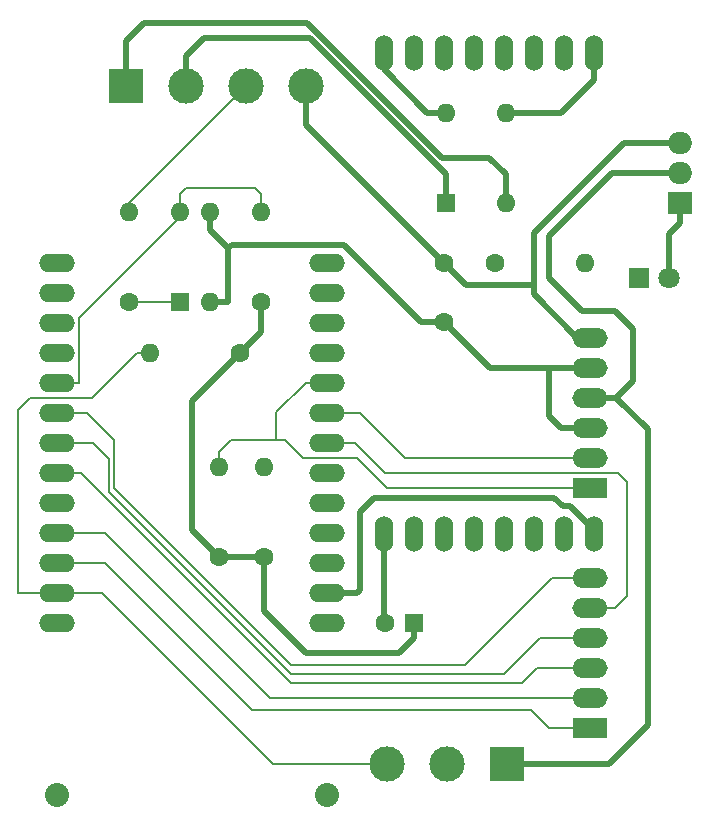
<source format=gtl>
G04 #@! TF.GenerationSoftware,KiCad,Pcbnew,5.99.0-unknown-9f841da98e~134~ubuntu20.04.1*
G04 #@! TF.CreationDate,2021-11-20T10:06:44+01:00*
G04 #@! TF.ProjectId,master-wt32,6d617374-6572-42d7-9774-33322e6b6963,rev?*
G04 #@! TF.SameCoordinates,PX3a22d00PY8062360*
G04 #@! TF.FileFunction,Copper,L1,Top*
G04 #@! TF.FilePolarity,Positive*
%FSLAX46Y46*%
G04 Gerber Fmt 4.6, Leading zero omitted, Abs format (unit mm)*
G04 Created by KiCad (PCBNEW 5.99.0-unknown-9f841da98e~134~ubuntu20.04.1) date 2021-11-20 10:06:44*
%MOMM*%
%LPD*%
G01*
G04 APERTURE LIST*
G04 #@! TA.AperFunction,ComponentPad*
%ADD10C,2.032000*%
G04 #@! TD*
G04 #@! TA.AperFunction,ComponentPad*
%ADD11O,3.048000X1.524000*%
G04 #@! TD*
G04 #@! TA.AperFunction,ComponentPad*
%ADD12R,3.000000X1.700000*%
G04 #@! TD*
G04 #@! TA.AperFunction,ComponentPad*
%ADD13O,3.000000X1.700000*%
G04 #@! TD*
G04 #@! TA.AperFunction,ComponentPad*
%ADD14R,3.000000X3.000000*%
G04 #@! TD*
G04 #@! TA.AperFunction,ComponentPad*
%ADD15C,3.000000*%
G04 #@! TD*
G04 #@! TA.AperFunction,ComponentPad*
%ADD16C,1.600000*%
G04 #@! TD*
G04 #@! TA.AperFunction,ComponentPad*
%ADD17O,1.600000X1.600000*%
G04 #@! TD*
G04 #@! TA.AperFunction,ComponentPad*
%ADD18R,1.600000X1.600000*%
G04 #@! TD*
G04 #@! TA.AperFunction,ComponentPad*
%ADD19R,1.800000X1.800000*%
G04 #@! TD*
G04 #@! TA.AperFunction,ComponentPad*
%ADD20C,1.800000*%
G04 #@! TD*
G04 #@! TA.AperFunction,ComponentPad*
%ADD21O,1.524000X3.048000*%
G04 #@! TD*
G04 #@! TA.AperFunction,ComponentPad*
%ADD22R,2.000000X1.905000*%
G04 #@! TD*
G04 #@! TA.AperFunction,ComponentPad*
%ADD23O,2.000000X1.905000*%
G04 #@! TD*
G04 #@! TA.AperFunction,Conductor*
%ADD24C,0.200000*%
G04 #@! TD*
G04 #@! TA.AperFunction,Conductor*
%ADD25C,0.500000*%
G04 #@! TD*
G04 APERTURE END LIST*
D10*
X71374000Y-122555000D03*
X94234000Y-122555000D03*
D11*
X94234000Y-77470000D03*
X94234000Y-80010000D03*
X94234000Y-82550000D03*
X94234000Y-85090000D03*
X94234000Y-87630000D03*
X94234000Y-90170000D03*
X94234000Y-92710000D03*
X94234000Y-95250000D03*
X94234000Y-97790000D03*
X94234000Y-100330000D03*
X94234000Y-102870000D03*
X94234000Y-105410000D03*
X94234000Y-107950000D03*
X71374000Y-107950000D03*
X71374000Y-105410000D03*
X71374000Y-102870000D03*
X71374000Y-100330000D03*
X71374000Y-97790000D03*
X71374000Y-95250000D03*
X71374000Y-92710000D03*
X71374000Y-90170000D03*
X71374000Y-87630000D03*
X71374000Y-85090000D03*
X71374000Y-82550000D03*
X71374000Y-80010000D03*
X71374000Y-77470000D03*
D12*
X116483200Y-96495000D03*
D13*
X116483200Y-93955000D03*
X116483200Y-91415000D03*
X116483200Y-88875000D03*
X116483200Y-86335000D03*
X116483200Y-83795000D03*
D14*
X109474000Y-119888000D03*
D15*
X104394000Y-119888000D03*
X99314000Y-119888000D03*
D16*
X85090000Y-102362000D03*
D17*
X85090000Y-94742000D03*
D14*
X77216000Y-62484000D03*
D15*
X82296000Y-62484000D03*
X87376000Y-62484000D03*
X92456000Y-62484000D03*
D16*
X77470000Y-80772000D03*
D17*
X77470000Y-73152000D03*
D16*
X88900000Y-102362000D03*
D17*
X88900000Y-94742000D03*
D18*
X81783000Y-80762000D03*
D17*
X84323000Y-80762000D03*
X84323000Y-73142000D03*
X81783000Y-73142000D03*
D16*
X88646000Y-80772000D03*
D17*
X88646000Y-73152000D03*
D16*
X86868000Y-85090000D03*
D17*
X79248000Y-85090000D03*
D19*
X120650000Y-78740000D03*
D20*
X123190000Y-78740000D03*
D21*
X114300000Y-100457000D03*
X106680000Y-100457000D03*
X109220000Y-100457000D03*
X104140000Y-100457000D03*
X111760000Y-100457000D03*
X104140000Y-59690000D03*
X114300000Y-59690000D03*
X109220000Y-59690000D03*
X101600000Y-59690000D03*
X106680000Y-59690000D03*
X111760000Y-59690000D03*
X101600000Y-100457000D03*
X116840000Y-59690000D03*
X99060000Y-59690000D03*
X99060000Y-100457000D03*
X116840000Y-100457000D03*
D18*
X104282500Y-72390000D03*
D17*
X109362500Y-72390000D03*
X109362500Y-64770000D03*
X104282500Y-64770000D03*
D18*
X101600000Y-107950000D03*
D16*
X99100000Y-107950000D03*
D12*
X116483200Y-116875000D03*
D13*
X116483200Y-114335000D03*
X116483200Y-111795000D03*
X116483200Y-109255000D03*
X116483200Y-106715000D03*
X116483200Y-104175000D03*
D16*
X108458000Y-77470000D03*
D17*
X116078000Y-77470000D03*
D16*
X104140000Y-77470000D03*
X104140000Y-82470000D03*
D22*
X124135000Y-72390000D03*
D23*
X124135000Y-69850000D03*
X124135000Y-67310000D03*
D24*
X81783000Y-73142000D02*
X81783000Y-71633000D01*
X81783000Y-71633000D02*
X82296000Y-71120000D01*
X82296000Y-71120000D02*
X88138000Y-71120000D01*
X88138000Y-71120000D02*
X88646000Y-71628000D01*
X88646000Y-71628000D02*
X88646000Y-73152000D01*
X116483200Y-106715000D02*
X118583000Y-106715000D01*
X118872000Y-95250000D02*
X99164400Y-95250000D01*
X118583000Y-106715000D02*
X119634000Y-105664000D01*
X119634000Y-105664000D02*
X119634000Y-96012000D01*
X119634000Y-96012000D02*
X118872000Y-95250000D01*
X99164400Y-95250000D02*
X96624400Y-92710000D01*
X96624400Y-92710000D02*
X94234000Y-92710000D01*
D25*
X124135000Y-67310000D02*
X119380000Y-67310000D01*
X119380000Y-67310000D02*
X111760000Y-74930000D01*
X111760000Y-79332100D02*
X106002100Y-79332100D01*
X106002100Y-79332100D02*
X104140000Y-77470000D01*
X92456000Y-65786000D02*
X104140000Y-77470000D01*
X116483000Y-83795000D02*
X116483200Y-83795000D01*
X111760000Y-74930000D02*
X111760000Y-79332100D01*
X114837000Y-98094500D02*
X114234000Y-98094500D01*
X92456000Y-62484000D02*
X92456000Y-65786000D01*
X111760000Y-80144200D02*
X115411000Y-83795000D01*
X114234000Y-98094500D02*
X113484000Y-97344500D01*
X116840000Y-100457000D02*
X116840000Y-100097000D01*
X96774000Y-105410000D02*
X94234000Y-105410000D01*
X116840000Y-100097000D02*
X114837000Y-98094500D01*
X97028000Y-105156000D02*
X96774000Y-105410000D01*
X97028000Y-98552000D02*
X97028000Y-105156000D01*
X115411000Y-83795000D02*
X116483000Y-83795000D01*
X111760000Y-79332100D02*
X111760000Y-80144200D01*
X113484000Y-97344500D02*
X98235500Y-97344500D01*
X98235500Y-97344500D02*
X97028000Y-98552000D01*
X124135000Y-72390000D02*
X124135000Y-74092800D01*
X113030000Y-90424000D02*
X114021000Y-91415000D01*
X99060000Y-107910000D02*
X99100000Y-107950000D01*
X124135000Y-74092800D02*
X123190000Y-75037800D01*
X113030000Y-86335000D02*
X113030000Y-90424000D01*
X85873300Y-80762000D02*
X84323000Y-80762000D01*
X86158200Y-75957700D02*
X95701800Y-75957700D01*
X84323000Y-74692300D02*
X85873300Y-76242600D01*
X114021000Y-91415000D02*
X116483000Y-91415000D01*
X84323000Y-73142000D02*
X84323000Y-74692300D01*
X114233000Y-86335000D02*
X113030000Y-86335000D01*
X95701800Y-75957700D02*
X102214000Y-82470000D01*
X102214000Y-82470000D02*
X104140000Y-82470000D01*
X108005000Y-86335000D02*
X104140000Y-82470000D01*
X114233000Y-86335000D02*
X113030000Y-86335000D01*
X116483000Y-91415000D02*
X116483200Y-91415000D01*
X85873300Y-76242600D02*
X85873300Y-80762000D01*
X123190000Y-75037800D02*
X123190000Y-78740000D01*
X116483200Y-86335000D02*
X116483000Y-86335000D01*
X116483000Y-86335000D02*
X114233000Y-86335000D01*
X85873300Y-76242600D02*
X86158200Y-75957700D01*
X113030000Y-86335000D02*
X108005000Y-86335000D01*
X99060000Y-100457000D02*
X99060000Y-107910000D01*
X118734000Y-88875000D02*
X120142000Y-87466500D01*
X120142000Y-87466500D02*
X120142000Y-83058000D01*
X88900000Y-102362000D02*
X85090000Y-102362000D01*
X121412000Y-91553500D02*
X118734000Y-88875000D01*
X116483000Y-88875000D02*
X116483200Y-88875000D01*
X82804000Y-100076000D02*
X85090000Y-102362000D01*
X118364000Y-69850000D02*
X124135000Y-69850000D01*
X120142000Y-83058000D02*
X118618000Y-81534000D01*
X113030000Y-75184000D02*
X118364000Y-69850000D01*
X121412000Y-116586000D02*
X121412000Y-91553500D01*
X92456000Y-110490000D02*
X100330000Y-110490000D01*
X116483200Y-88875000D02*
X118734000Y-88875000D01*
X101600000Y-109220000D02*
X101600000Y-107950000D01*
X86868000Y-85090000D02*
X82804000Y-89154000D01*
X88900000Y-106934000D02*
X92456000Y-110490000D01*
X118110000Y-119888000D02*
X121412000Y-116586000D01*
X115824000Y-81534000D02*
X113030000Y-78740000D01*
X100330000Y-110490000D02*
X101600000Y-109220000D01*
X88646000Y-80772000D02*
X88646000Y-83312000D01*
X88646000Y-83312000D02*
X86868000Y-85090000D01*
X118618000Y-81534000D02*
X115824000Y-81534000D01*
X113030000Y-78740000D02*
X113030000Y-75184000D01*
X82804000Y-89154000D02*
X82804000Y-100076000D01*
X109474000Y-119888000D02*
X118110000Y-119888000D01*
X88900000Y-102362000D02*
X88900000Y-106934000D01*
D24*
X89916000Y-90123700D02*
X92409700Y-87630000D01*
X92202000Y-93980000D02*
X96774000Y-93980000D01*
X86083000Y-92479000D02*
X89893000Y-92479000D01*
X92409700Y-87630000D02*
X94234000Y-87630000D01*
X89916000Y-92456000D02*
X89916000Y-90123700D01*
X89893000Y-92479000D02*
X90701000Y-92479000D01*
X96774000Y-93980000D02*
X99289000Y-96495000D01*
X99289000Y-96495000D02*
X116483000Y-96495000D01*
X89893000Y-92479000D02*
X89916000Y-92456000D01*
X116483000Y-96495000D02*
X116483200Y-96495000D01*
X85090000Y-93472000D02*
X86083000Y-92479000D01*
X90701000Y-92479000D02*
X92202000Y-93980000D01*
X85090000Y-94742000D02*
X85090000Y-93472000D01*
X100813000Y-93955000D02*
X116483000Y-93955000D01*
X97028000Y-90170000D02*
X100813000Y-93955000D01*
X94234000Y-90170000D02*
X97028000Y-90170000D01*
X116483000Y-93955000D02*
X116483200Y-93955000D01*
X74422000Y-92710000D02*
X75800500Y-94088500D01*
X75800500Y-96882500D02*
X91186000Y-112268000D01*
X71374000Y-92710000D02*
X74422000Y-92710000D01*
X91186000Y-112268000D02*
X109220000Y-112268000D01*
X112233000Y-109255000D02*
X116483000Y-109255000D01*
X116483000Y-109255000D02*
X116483200Y-109255000D01*
X109220000Y-112268000D02*
X112233000Y-109255000D01*
X75800500Y-94088500D02*
X75800500Y-96882500D01*
X89443000Y-114335000D02*
X75438000Y-100330000D01*
X75438000Y-100330000D02*
X71374000Y-100330000D01*
X116483000Y-114335000D02*
X116483200Y-114335000D01*
X116483000Y-114335000D02*
X89443000Y-114335000D01*
X87884000Y-115316000D02*
X75438000Y-102870000D01*
X116483000Y-116875000D02*
X116483200Y-116875000D01*
X113065000Y-116875000D02*
X111506000Y-115316000D01*
X111506000Y-115316000D02*
X87884000Y-115316000D01*
X116483000Y-116875000D02*
X113065000Y-116875000D01*
X75438000Y-102870000D02*
X71374000Y-102870000D01*
X76200000Y-92456000D02*
X73914000Y-90170000D01*
X116483000Y-104175000D02*
X116483200Y-104175000D01*
X113249000Y-104175000D02*
X105918000Y-111506000D01*
X73914000Y-90170000D02*
X71374000Y-90170000D01*
X76200000Y-96520000D02*
X76200000Y-92456000D01*
X91186000Y-111506000D02*
X76200000Y-96520000D01*
X105918000Y-111506000D02*
X91186000Y-111506000D01*
X116483000Y-104175000D02*
X113249000Y-104175000D01*
X116483000Y-106715000D02*
X116483200Y-106715000D01*
X116483000Y-111795000D02*
X111979000Y-111795000D01*
X116483000Y-111795000D02*
X116483200Y-111795000D01*
X91186000Y-113030000D02*
X73406000Y-95250000D01*
X111979000Y-111795000D02*
X110744000Y-113030000D01*
X73406000Y-95250000D02*
X71374000Y-95250000D01*
X110744000Y-113030000D02*
X91186000Y-113030000D01*
D25*
X99060000Y-59690000D02*
X99060000Y-61097800D01*
X99060000Y-61097800D02*
X102732000Y-64770000D01*
X102732000Y-64770000D02*
X104282000Y-64770000D01*
X104282000Y-64770000D02*
X104282500Y-64770000D01*
X104002000Y-68580000D02*
X107950000Y-68580000D01*
X92572200Y-57150000D02*
X104002000Y-68580000D01*
X109362000Y-69992500D02*
X109362000Y-71191200D01*
X107950000Y-68580000D02*
X109362000Y-69992500D01*
X77216000Y-58674000D02*
X78740000Y-57150000D01*
X109362000Y-71191200D02*
X109362500Y-71191700D01*
X109362000Y-71191200D02*
X109362000Y-72390000D01*
X78740000Y-57150000D02*
X92572200Y-57150000D01*
X77216000Y-62484000D02*
X77216000Y-58674000D01*
X109362500Y-71191700D02*
X109362500Y-72390000D01*
X116840000Y-59690000D02*
X116840000Y-61964300D01*
X116840000Y-61964300D02*
X114034000Y-64770000D01*
X114034000Y-64770000D02*
X109362500Y-64770000D01*
X109362500Y-64770000D02*
X109362000Y-64770000D01*
X104282000Y-71155100D02*
X104282000Y-72390000D01*
X83820000Y-58420000D02*
X92782200Y-58420000D01*
X92782200Y-58420000D02*
X104282000Y-69920300D01*
X104282000Y-69920300D02*
X104282000Y-71155100D01*
X104282500Y-71155600D02*
X104282500Y-72390000D01*
X104282000Y-71155100D02*
X104282500Y-71155600D01*
X82296000Y-62484000D02*
X82296000Y-59944000D01*
X82296000Y-59944000D02*
X83820000Y-58420000D01*
D24*
X77470000Y-72390000D02*
X87376000Y-62484000D01*
X77470000Y-73152000D02*
X77470000Y-72390000D01*
X79248000Y-85090000D02*
X78147700Y-85090000D01*
X89662000Y-119888000D02*
X75184000Y-105410000D01*
X74337700Y-88900000D02*
X69088000Y-88900000D01*
X78147700Y-85090000D02*
X74337700Y-88900000D01*
X69088000Y-88900000D02*
X68072000Y-89916000D01*
X68072000Y-89916000D02*
X68072000Y-105410000D01*
X68072000Y-105410000D02*
X71374000Y-105410000D01*
X99314000Y-119888000D02*
X89662000Y-119888000D01*
X75184000Y-105410000D02*
X71374000Y-105410000D01*
X81783000Y-80762000D02*
X77480000Y-80762000D01*
X77480000Y-80762000D02*
X77470000Y-80772000D01*
X71374000Y-87630000D02*
X73198300Y-87630000D01*
X73198300Y-87630000D02*
X73198300Y-82148100D01*
X81783000Y-73142000D02*
X82204400Y-73142000D01*
X73198300Y-82148100D02*
X82204400Y-73142000D01*
M02*

</source>
